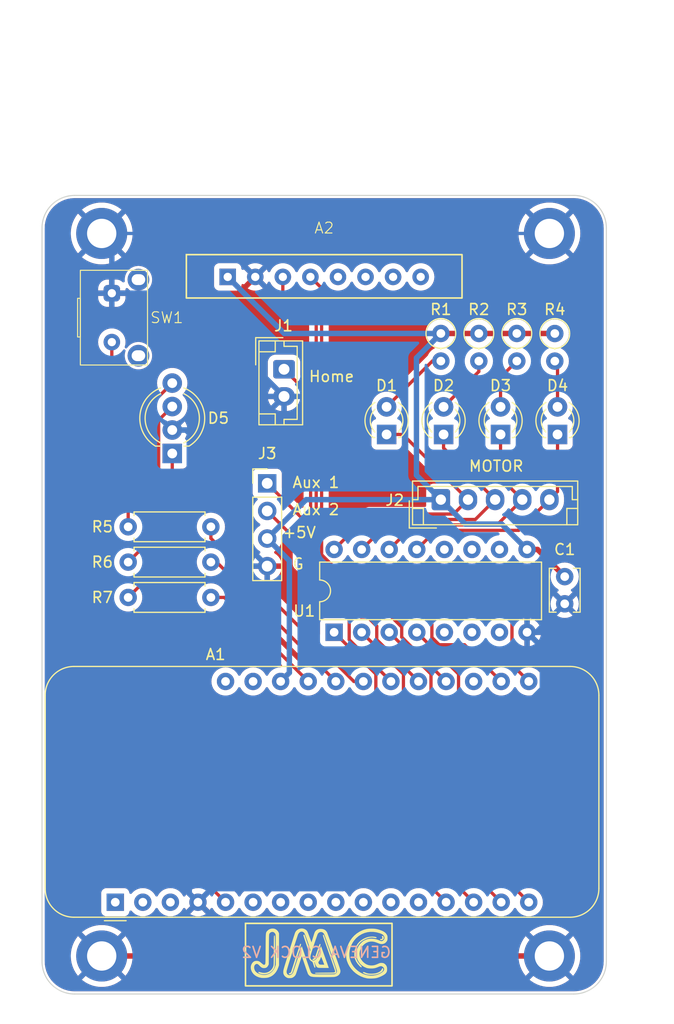
<source format=kicad_pcb>
(kicad_pcb (version 20240108) (generator "pcbnew") (generator_version "8.0")
  (title_block (title "Geneva Clock") (date "2024-03-15") (rev "v2") (company "JMC") (comment 1 "Geneva Clock with DS3231 RTC and Stepper Driver.") (comment 2 "Removed VBAT-USB connection."))
  (layers (0 "F.Cu" signal) (31 "B.Cu" signal) (34 "B.Paste" user) (35 "F.Paste" user) (36 "B.SilkS" user "B.Silkscreen") (37 "F.SilkS" user "F.Silkscreen") (38 "B.Mask" user) (39 "F.Mask" user) (44 "Edge.Cuts" user))
  (net 0 "")
  (net 4 "GND")
  (net 12 "/Phase 4")
  (net 13 "/Phase 3")
  (net 14 "/Phase 2")
  (net 15 "/Phase 1")
  (net 16 "/SDA")
  (net 17 "/SCL")
  (net 18 "/PB")
  (net 19 "/Home")
  (net 20 "/Aux 1")
  (net 21 "/Aux 2")
  (net 22 "/Red")
  (net 23 "/Green")
  (net 24 "/Blue")
  (net 25 "+5V")
  (net 31 "Net-(D1-K)")
  (net 32 "Net-(D1-A)")
  (net 33 "Net-(D2-K)")
  (net 34 "Net-(D2-A)")
  (net 35 "Net-(D3-K)")
  (net 36 "Net-(D3-A)")
  (net 37 "Net-(D4-K)")
  (net 38 "Net-(D4-A)")
  (net 39 "Net-(D5-RK)")
  (net 40 "Net-(D5-GK)")
  (net 41 "Net-(D5-BK)")
  (footprint "Resistor_THT:R_Axial_DIN0207_L6.3mm_D2.5mm_P2.54mm_Vertical" (layer "F.Cu") (at 147.5 70.46 -90)
    (property "Reference" "R4" (at -2.21 0 0) (layer "F.SilkS"))
    (property "Value" "10k")
    (pad "1" thru_hole circle (at 0 0 270) (size 1.6 1.6) (drill 0.8) (layers "*.Cu" "*.Mask") (net 25 "+5V"))
    (pad "2" thru_hole oval (at 2.54 0 270) (size 1.6 1.6) (drill 0.8) (layers "*.Cu" "*.Mask") (net 38 "Net-(D4-A)"))
  )
  (footprint "Package_DIP:DIP-16_W7.62mm" (layer "F.Cu") (at 127.163553 97.956446 90)
    (property "Reference" "U1" (at 1.956446 -2.75 0) (layer "F.SilkS"))
    (property "Value" "ULN2003")
    (pad "1" thru_hole rect (at 0 0 90) (size 1.6 1.6) (drill 0.8) (layers "*.Cu" "*.Mask") (net 15 "/Phase 1"))
    (pad "2" thru_hole oval (at 0 2.54 90) (size 1.6 1.6) (drill 0.8) (layers "*.Cu" "*.Mask") (net 14 "/Phase 2"))
    (pad "3" thru_hole oval (at 0 5.08 90) (size 1.6 1.6) (drill 0.8) (layers "*.Cu" "*.Mask") (net 13 "/Phase 3"))
    (pad "4" thru_hole oval (at 0 7.62 90) (size 1.6 1.6) (drill 0.8) (layers "*.Cu" "*.Mask") (net 12 "/Phase 4"))
    (pad "5" thru_hole oval (at 0 10.16 90) (size 1.6 1.6) (drill 0.8) (layers "*.Cu" "*.Mask"))
    (pad "6" thru_hole oval (at 0 12.7 90) (size 1.6 1.6) (drill 0.8) (layers "*.Cu" "*.Mask"))
    (pad "7" thru_hole oval (at 0 15.24 90) (size 1.6 1.6) (drill 0.8) (layers "*.Cu" "*.Mask"))
    (pad "8" thru_hole oval (at 0 17.78 90) (size 1.6 1.6) (drill 0.8) (layers "*.Cu" "*.Mask") (net 4 "GND"))
    (pad "9" thru_hole oval (at 7.62 17.78 90) (size 1.6 1.6) (drill 0.8) (layers "*.Cu" "*.Mask") (net 25 "+5V"))
    (pad "10" thru_hole oval (at 7.62 15.24 90) (size 1.6 1.6) (drill 0.8) (layers "*.Cu" "*.Mask"))
    (pad "11" thru_hole oval (at 7.62 12.7 90) (size 1.6 1.6) (drill 0.8) (layers "*.Cu" "*.Mask"))
    (pad "12" thru_hole oval (at 7.62 10.16 90) (size 1.6 1.6) (drill 0.8) (layers "*.Cu" "*.Mask"))
    (pad "13" thru_hole oval (at 7.62 7.62 90) (size 1.6 1.6) (drill 0.8) (layers "*.Cu" "*.Mask") (net 37 "Net-(D4-K)"))
    (pad "14" thru_hole oval (at 7.62 5.08 90) (size 1.6 1.6) (drill 0.8) (layers "*.Cu" "*.Mask") (net 35 "Net-(D3-K)"))
    (pad "15" thru_hole oval (at 7.62 2.54 90) (size 1.6 1.6) (drill 0.8) (layers "*.Cu" "*.Mask") (net 33 "Net-(D2-K)"))
    (pad "16" thru_hole oval (at 7.62 0 90) (size 1.6 1.6) (drill 0.8) (layers "*.Cu" "*.Mask") (net 31 "Net-(D1-K)"))
  )
  (footprint "Connector_PinHeader_2.54mm:PinHeader_1x04_P2.54mm_Vertical" (layer "F.Cu") (at 121 84.25)
    (property "Reference" "J3" (at 0 -2.75 0) (layer "F.SilkS"))
    (property "Value" "Aux I/O")
    (pad "1" thru_hole rect (at 0 0) (size 1.7 1.7) (drill 1) (layers "*.Cu" "*.Mask") (net 20 "/Aux 1"))
    (pad "2" thru_hole oval (at 0 2.54) (size 1.7 1.7) (drill 1) (layers "*.Cu" "*.Mask") (net 21 "/Aux 2"))
    (pad "3" thru_hole oval (at 0 5.08) (size 1.7 1.7) (drill 1) (layers "*.Cu" "*.Mask") (net 25 "+5V"))
    (pad "4" thru_hole oval (at 0 7.62) (size 1.7 1.7) (drill 1) (layers "*.Cu" "*.Mask") (net 4 "GND"))
  )
  (footprint "MountingHole:MountingHole_2.7mm_M2.5_DIN965_Pad_TopBottom" (layer "F.Cu") (at 147 61.25)
    (property "Reference" "H4" (hide yes))
    (property "Value" "MountingHole_Pad")
    (pad "1" thru_hole circle (at 0 0) (size 3.1 3.1) (drill 2.7) (layers "*.Cu" "*.Mask") (net 4 "GND"))
    (pad "1" connect circle (at 0 0) (size 4.7 4.7) (layers "F.Cu" "F.Mask") (net 4 "GND"))
    (pad "1" connect circle (at 0 0) (size 4.7 4.7) (layers "B.Cu" "B.Mask") (net 4 "GND"))
  )
  (footprint "Button_Switch_THT:SW_SPST_Uxcell_Right_Angle" (layer "F.Cu") (at 103.783 69 -90)
    (property "Reference" "SW1" (at 0 -7.967 0) (layer "F.SilkS") (effects (font (thickness 0.1))))
    (property "Value" "Selector Switch")
    (pad "1" thru_hole roundrect (at -2.25 -2.9 270) (size 1.524 1.524) (drill 0.762) (layers "*.Cu" "*.Mask") (net 4 "GND"))
    (pad "2" thru_hole circle (at 2.25 -2.9 270) (size 1.524 1.524) (drill 0.762) (layers "*.Cu" "*.Mask") (net 18 "/PB"))
    (pad "3" thru_hole circle (at -3.5 -5.35 270) (size 2 2) (drill oval 1 1.25) (layers "*.Cu" "*.Mask"))
    (pad "4" thru_hole circle (at 3.5 -5.35 270) (size 2 2) (drill oval 1 1.25) (layers "*.Cu" "*.Mask"))
  )
  (footprint "Resistor_THT:R_Axial_DIN0207_L6.3mm_D2.5mm_P2.54mm_Vertical" (layer "F.Cu") (at 140.5 70.455 -90)
    (property "Reference" "R2" (at -2.21 0 0) (layer "F.SilkS"))
    (property "Value" "10k")
    (pad "1" thru_hole circle (at 0 0 270) (size 1.6 1.6) (drill 0.8) (layers "*.Cu" "*.Mask") (net 25 "+5V"))
    (pad "2" thru_hole oval (at 2.54 0 270) (size 1.6 1.6) (drill 0.8) (layers "*.Cu" "*.Mask") (net 34 "Net-(D2-A)"))
  )
  (footprint "LED_THT:LED_D3.0mm" (layer "F.Cu") (at 132 79.75 90)
    (property "Reference" "D1" (at 4.5 0 0) (layer "F.SilkS"))
    (property "Value" "LED")
    (pad "1" thru_hole rect (at 0 0 90) (size 1.8 1.8) (drill 0.9) (layers "*.Cu" "*.Mask") (net 31 "Net-(D1-K)"))
    (pad "2" thru_hole circle (at 2.54 0 90) (size 1.8 1.8) (drill 0.9) (layers "*.Cu" "*.Mask") (net 32 "Net-(D1-A)"))
  )
  (footprint "Resistor_THT:R_Axial_DIN0207_L6.3mm_D2.5mm_P7.62mm_Horizontal" (layer "F.Cu") (at 115.81 94.75 180)
    (property "Reference" "R7" (at 10 0 0) (layer "F.SilkS"))
    (property "Value" "330")
    (pad "1" thru_hole circle (at 0 0 180) (size 1.6 1.6) (drill 0.8) (layers "*.Cu" "*.Mask") (net 22 "/Red"))
    (pad "2" thru_hole oval (at 7.62 0 180) (size 1.6 1.6) (drill 0.8) (layers "*.Cu" "*.Mask") (net 39 "Net-(D5-RK)"))
  )
  (footprint "Connector_JST:JST_EH_B2B-EH-A_1x02_P2.50mm_Vertical" (layer "F.Cu") (at 122.55 73.75 -90)
    (property "Reference" "J1" (at -4 0.05 0) (layer "F.SilkS"))
    (property "Value" "Home Conn")
    (pad "1" thru_hole roundrect (at 0 0 270) (size 1.7 2) (drill 1) (layers "*.Cu" "*.Mask") (roundrect_rratio 0.1470588235) (net 19 "/Home"))
    (pad "2" thru_hole oval (at 2.5 0 270) (size 1.7 2) (drill 1) (layers "*.Cu" "*.Mask") (net 4 "GND"))
  )
  (footprint "LED_THT:LED_D3.0mm" (layer "F.Cu") (at 147.75 79.75 90)
    (property "Reference" "D4" (at 4.5 0 0) (layer "F.SilkS"))
    (property "Value" "LED")
    (pad "1" thru_hole rect (at 0 0 90) (size 1.8 1.8) (drill 0.9) (layers "*.Cu" "*.Mask") (net 37 "Net-(D4-K)"))
    (pad "2" thru_hole circle (at 2.54 0 90) (size 1.8 1.8) (drill 0.9) (layers "*.Cu" "*.Mask") (net 38 "Net-(D4-A)"))
  )
  (footprint "LED_THT:LED_D3.0mm" (layer "F.Cu") (at 142.5 79.75 90)
    (property "Reference" "D3" (at 4.5 0 0) (layer "F.SilkS"))
    (property "Value" "LED")
    (pad "1" thru_hole rect (at 0 0 90) (size 1.8 1.8) (drill 0.9) (layers "*.Cu" "*.Mask") (net 35 "Net-(D3-K)"))
    (pad "2" thru_hole circle (at 2.54 0 90) (size 1.8 1.8) (drill 0.9) (layers "*.Cu" "*.Mask") (net 36 "Net-(D3-A)"))
  )
  (footprint "Connector_JST:JST_EH_B5B-EH-A_1x05_P2.50mm_Vertical" (layer "F.Cu") (at 137 85.75)
    (property "Reference" "J2" (at -4.25 0.05 180) (layer "F.SilkS"))
    (property "Value" "Motor Conn")
    (pad "1" thru_hole roundrect (at 0 0) (size 1.7 1.95) (drill 0.95) (layers "*.Cu" "*.Mask") (roundrect_rratio 0.1470588235) (net 25 "+5V"))
    (pad "2" thru_hole oval (at 2.5 0) (size 1.7 1.95) (drill 0.95) (layers "*.Cu" "*.Mask") (net 31 "Net-(D1-K)"))
    (pad "3" thru_hole oval (at 5 0) (size 1.7 1.95) (drill 0.95) (layers "*.Cu" "*.Mask") (net 33 "Net-(D2-K)"))
    (pad "4" thru_hole oval (at 7.5 0) (size 1.7 1.95) (drill 0.95) (layers "*.Cu" "*.Mask") (net 35 "Net-(D3-K)"))
    (pad "5" thru_hole oval (at 10 0) (size 1.7 1.95) (drill 0.95) (layers "*.Cu" "*.Mask") (net 37 "Net-(D4-K)"))
  )
  (footprint "Resistor_THT:R_Axial_DIN0207_L6.3mm_D2.5mm_P7.62mm_Horizontal" (layer "F.Cu") (at 115.81 91.5 180)
    (property "Reference" "R6" (at 10 0 0) (layer "F.SilkS"))
    (property "Value" "330")
    (pad "1" thru_hole circle (at 0 0 180) (size 1.6 1.6) (drill 0.8) (layers "*.Cu" "*.Mask") (net 23 "/Green"))
    (pad "2" thru_hole oval (at 7.62 0 180) (size 1.6 1.6) (drill 0.8) (layers "*.Cu" "*.Mask") (net 40 "Net-(D5-GK)"))
  )
  (footprint "LED_THT:LED_D3.0mm" (layer "F.Cu") (at 137.25 79.75 90)
    (property "Reference" "D2" (at 4.5 0 0) (layer "F.SilkS"))
    (property "Value" "LED")
    (pad "1" thru_hole rect (at 0 0 90) (size 1.8 1.8) (drill 0.9) (layers "*.Cu" "*.Mask") (net 33 "Net-(D2-K)"))
    (pad "2" thru_hole circle (at 2.54 0 90) (size 1.8 1.8) (drill 0.9) (layers "*.Cu" "*.Mask") (net 34 "Net-(D2-A)"))
  )
  (footprint "LED_THT:LED_D5.0mm-4_RGB_Wide_Pins" (layer "F.Cu") (at 112.25 81.5 90)
    (property "Reference" "D5" (at 3.25 4.25 0) (layer "F.SilkS"))
    (property "Value" "RGB LED")
    (pad "1" thru_hole rect (at 0 0 90) (size 1.8 1.8) (drill 0.9) (layers "*.Cu" "*.Mask") (net 39 "Net-(D5-RK)"))
    (pad "2" thru_hole circle (at 2.159 0 90) (size 1.8 1.8) (drill 0.9) (layers "*.Cu" "*.Mask") (net 4 "GND"))
    (pad "3" thru_hole circle (at 4.318 0 90) (size 1.8 1.8) (drill 0.9) (layers "*.Cu" "*.Mask") (net 40 "Net-(D5-GK)"))
    (pad "4" thru_hole circle (at 6.477 0 90) (size 1.8 1.8) (drill 0.9) (layers "*.Cu" "*.Mask") (net 41 "Net-(D5-BK)"))
  )
  (footprint "Resistor_THT:R_Axial_DIN0207_L6.3mm_D2.5mm_P2.54mm_Vertical" (layer "F.Cu") (at 137 70.455 -90)
    (property "Reference" "R1" (at -2.21 0 0) (layer "F.SilkS"))
    (property "Value" "10k")
    (pad "1" thru_hole circle (at 0 0 270) (size 1.6 1.6) (drill 0.8) (layers "*.Cu" "*.Mask") (net 25 "+5V"))
    (pad "2" thru_hole oval (at 2.54 0 270) (size 1.6 1.6) (drill 0.8) (layers "*.Cu" "*.Mask") (net 32 "Net-(D1-A)"))
  )
  (footprint "MountingHole:MountingHole_2.7mm_M2.5_DIN965_Pad_TopBottom" (layer "F.Cu") (at 147 127.75)
    (property "Reference" "H2" (hide yes))
    (property "Value" "MountingHole_Pad")
    (pad "1" thru_hole circle (at 0 0) (size 3.1 3.1) (drill 2.7) (layers "*.Cu" "*.Mask") (net 4 "GND"))
    (pad "1" connect circle (at 0 0) (size 4.7 4.7) (layers "F.Cu" "F.Mask") (net 4 "GND"))
    (pad "1" connect circle (at 0 0) (size 4.7 4.7) (layers "B.Cu" "B.Mask") (net 4 "GND"))
  )
  (footprint "LOGO" (layer "F.Cu") (at 125.5 131.25)
    (property "Reference" "G***" (hide yes))
    (property "Value" "LOGO" (hide yes))
  )
  (footprint "MountingHole:MountingHole_2.7mm_M2.5_DIN965_Pad_TopBottom" (layer "F.Cu") (at 105.75 61.25)
    (property "Reference" "H3" (hide yes))
    (property "Value" "MountingHole_Pad" (hide yes))
    (pad "1" thru_hole circle (at 0 0) (size 3.1 3.1) (drill 2.7) (layers "*.Cu" "*.Mask") (net 4 "GND"))
    (pad "1" connect circle (at 0 0) (size 4.7 4.7) (layers "F.Cu" "F.Mask") (net 4 "GND"))
    (pad "1" connect circle (at 0 0) (size 4.7 4.7) (layers "B.Cu" "B.Mask") (net 4 "GND"))
  )
  (footprint "Resistor_THT:R_Axial_DIN0207_L6.3mm_D2.5mm_P2.54mm_Vertical" (layer "F.Cu") (at 144 70.455 -90)
    (property "Reference" "R3" (at -2.21 0 0) (layer "F.SilkS"))
    (property "Value" "10k")
    (pad "1" thru_hole circle (at 0 0 270) (size 1.6 1.6) (drill 0.8) (layers "*.Cu" "*.Mask") (net 25 "+5V"))
    (pad "2" thru_hole oval (at 2.54 0 270) (size 1.6 1.6) (drill 0.8) (layers "*.Cu" "*.Mask") (net 36 "Net-(D3-A)"))
  )
  (footprint "RTC_DS3231:RTC_DS3231_Vertical" (layer "F.Cu") (at 126.25 65.25)
    (property "Reference" "A2" (at 0 -4.5 0) (layer "F.SilkS") (effects (font (thickness 0.1))))
    (property "Value" "Adafruit DS3231")
    (pad "1" thru_hole rect (at -8.89 0) (size 1.524 1.524) (drill 0.762) (layers "*.Cu" "*.Mask") (net 25 "+5V"))
    (pad "2" thru_hole circle (at -6.35 0) (size 1.524 1.524) (drill 0.762) (layers "*.Cu" "*.Mask") (net 4 "GND"))
    (pad "3" thru_hole circle (at -3.81 0) (size 1.524 1.524) (drill 0.762) (layers "*.Cu" "*.Mask") (net 17 "/SCL"))
    (pad "4" thru_hole circle (at -1.27 0) (size 1.524 1.524) (drill 0.762) (layers "*.Cu" "*.Mask") (net 16 "/SDA"))
    (pad "5" thru_hole circle (at 1.27 0) (size 1.524 1.524) (drill 0.762) (layers "*.Cu" "*.Mask"))
    (pad "6" thru_hole circle (at 3.81 0) (size 1.524 1.524) (drill 0.762) (layers "*.Cu" "*.Mask"))
    (pad "7" thru_hole circle (at 6.35 0) (size 1.524 1.524) (drill 0.762) (layers "*.Cu" "*.Mask"))
    (pad "8" thru_hole circle (at 8.89 0) (size 1.524 1.524) (drill 0.762) (layers "*.Cu" "*.Mask"))
  )
  (footprint "Resistor_THT:R_Axial_DIN0207_L6.3mm_D2.5mm_P7.62mm_Horizontal" (layer "F.Cu") (at 115.81 88.25 180)
    (property "Reference" "R5" (at 10 0 0) (layer "F.SilkS"))
    (property "Value" "330")
    (pad "1" thru_hole circle (at 0 0 180) (size 1.6 1.6) (drill 0.8) (layers "*.Cu" "*.Mask") (net 24 "/Blue"))
    (pad "2" thru_hole oval (at 7.62 0 180) (size 1.6 1.6) (drill 0.8) (layers "*.Cu" "*.Mask") (net 41 "Net-(D5-BK)"))
  )
  (footprint "MountingHole:MountingHole_2.7mm_M2.5_DIN965_Pad_TopBottom" (layer "F.Cu") (at 105.75 127.75)
    (property "Reference" "H1" (hide yes))
    (property "Value" "MountingHole_Pad")
    (pad "1" thru_hole circle (at 0 0) (size 3.1 3.1) (drill 2.7) (layers "*.Cu" "*.Mask") (net 4 "GND"))
    (pad "1" connect circle (at 0 0) (size 4.7 4.7) (layers "F.Cu" "F.Mask") (net 4 "GND"))
    (pad "1" connect circle (at 0 0) (size 4.7 4.7) (layers "B.Cu" "B.Mask") (net 4 "GND"))
  )
  (footprint "Capacitor_THT:C_Disc_D3.8mm_W2.6mm_P2.50mm" (layer "F.Cu") (at 148.413553 92.836446 -90)
    (property "Reference" "C1" (at -2.5 0 0) (layer "F.SilkS"))
    (property "Value" "10nf")
    (pad "1" thru_hole circle (at 0 0 270) (size 1.6 1.6) (drill 0.8) (layers "*.Cu" "*.Mask") (net 25 "+5V"))
    (pad "2" thru_hole circle (at 2.5 0 270) (size 1.6 1.6) (drill 0.8) (layers "*.Cu" "*.Mask") (net 4 "GND"))
  )
  (footprint "Module:Adafruit_Feather" (layer "F.Cu") (at 107 122.8025 90)
    (property "Reference" "A1" (at 22.8025 9.25 0) (layer "F.SilkS"))
    (property "Value" "Adafruit_Feather_HUZZAH32_ESP32")
    (pad "1" thru_hole rect (at 0 0 270) (size 1.6 1.6) (drill 0.8) (layers "*.Cu" "*.Mask"))
    (pad "2" thru_hole circle (at 0 2.54 270) (size 1.6 1.6) (drill 0.8) (layers "*.Cu" "*.Mask"))
    (pad "3" thru_hole circle (at 0 5.08 270) (size 1.6 1.6) (drill 0.8) (layers "*.Cu" "*.Mask"))
    (pad "4" thru_hole circle (at 0 7.62 270) (size 1.6 1.6) (drill 0.8) (layers "*.Cu" "*.Mask") (net 4 "GND"))
    (pad "5" thru_hole circle (at 0 10.16 270) (size 1.6 1.6) (drill 0.8) (layers "*.Cu" "*.Mask") (net 18 "/PB"))
    (pad "6" thru_hole circle (at 0 12.7 270) (size 1.6 1.6) (drill 0.8) (layers "*.Cu" "*.Mask"))
    (pad "7" thru_hole circle (at 0 15.24 270) (size 1.6 1.6) (drill 0.8) (layers "*.Cu" "*.Mask"))
    (pad "8" thru_hole circle (at 0 17.78 270) (size 1.6 1.6) (drill 0.8) (layers "*.Cu" "*.Mask"))
    (pad "9" thru_hole circle (at 0 20.32 270) (size 1.6 1.6) (drill 0.8) (layers "*.Cu" "*.Mask"))
    (pad "10" thru_hole circle (at 0 22.86 270) (size 1.6 1.6) (drill 0.8) (layers "*.Cu" "*.Mask"))
    (pad "11" thru_hole circle (at 0 25.4 270) (size 1.6 1.6) (drill 0.8) (layers "*.Cu" "*.Mask"))
    (pad "12" thru_hole circle (at 0 27.94 270) (size 1.6 1.6) (drill 0.8) (layers "*.Cu" "*.Mask"))
    (pad "13" thru_hole circle (at 0 30.48 270) (size 1.6 1.6) (drill 0.8) (layers "*.Cu" "*.Mask") (net 15 "/Phase 1"))
    (pad "14" thru_hole circle (at 0 33.02 270) (size 1.6 1.6) (drill 0.8) (layers "*.Cu" "*.Mask") (net 14 "/Phase 2"))
    (pad "15" thru_hole circle (at 0 35.56 270) (size 1.6 1.6) (drill 0.8) (layers "*.Cu" "*.Mask") (net 13 "/Phase 3"))
    (pad "16" thru_hole circle (at 0 38.1 270) (size 1.6 1.6) (drill 0.8) (layers "*.Cu" "*.Mask") (net 12 "/Phase 4"))
    (pad "17" thru_hole circle (at 20.32 38.1 270) (size 1.6 1.6) (drill 0.8) (layers "*.Cu" "*.Mask") (net 16 "/SDA"))
    (pad "18" thru_hole circle (at 20.32 35.56 270) (size 1.6 1.6) (drill 0.8) (layers "*.Cu" "*.Mask") (net 17 "/SCL"))
    (pad "19" thru_hole circle (at 20.32 33.02 270) (size 1.6 1.6) (drill 0.8) (layers "*.Cu" "*.Mask"))
    (pad "20" thru_hole circle (at 20.32 30.48 270) (size 1.6 1.6) (drill 0.8) (layers "*.Cu" "*.Mask") (net 19 "/Home"))
    (pad "21" thru_hole circle (at 20.32 27.94 270) (size 1.6 1.6) (drill 0.8) (layers "*.Cu" "*.Mask") (net 20 "/Aux 1"))
    (pad "22" thru_hole circle (at 20.32 25.4 270) (size 1.6 1.6) (drill 0.8) (layers "*.Cu" "*.Mask") (net 21 "/Aux 2"))
    (pad "23" thru_hole circle (at 20.32 22.86 270) (size 1.6 1.6) (drill 0.8) (layers "*.Cu" "*.Mask") (net 24 "/Blue"))
    (pad "24" thru_hole circle (at 20.32 20.32 270) (size 1.6 1.6) (drill 0.8) (layers "*.Cu" "*.Mask") (net 23 "/Green"))
    (pad "25" thru_hole circle (at 20.32 17.78 270) (size 1.6 1.6) (drill 0.8) (layers "*.Cu" "*.Mask") (net 22 "/Red"))
    (pad "26" thru_hole circle (at 20.32 15.24 270) (size 1.6 1.6) (drill 0.8) (layers "*.Cu" "*.Mask") (net 25 "+5V"))
    (pad "27" thru_hole circle (at 20.32 12.7 270) (size 1.6 1.6) (drill 0.8) (layers "*.Cu" "*.Mask"))
    (pad "28" thru_hole circle (at 20.32 10.16 270) (size 1.6 1.6) (drill 0.8) (layers "*.Cu" "*.Mask"))
  )
  (gr_rect (start 119 124.75) (end 132.5 130.5) (stroke (width 0.15)) (fill none) (layer "F.SilkS"))
  (gr_arc (start 100.25 60.75) (mid 101.128679 58.628679) (end 103.25 57.75) (stroke (width 0.1)) (layer "Edge.Cuts"))
  (gr_line (start 100.25 128.25) (end 100.25 60.75) (stroke (width 0.1)) (layer "Edge.Cuts"))
  (gr_line (start 149.25 131.25) (end 103.25 131.25) (stroke (width 0.1)) (layer "Edge.Cuts"))
  (gr_arc (start 152.25 128.25) (mid 151.371321 130.371321) (end 149.25 131.25) (stroke (width 0.1)) (layer "Edge.Cuts"))
  (gr_line (start 103.25 57.75) (end 149.25 57.75) (stroke (width 0.1)) (layer "Edge.Cuts"))
  (gr_arc (start 103.25 131.25) (mid 101.128679 130.371321) (end 100.25 128.25) (stroke (width 0.1)) (layer "Edge.Cuts"))
  (gr_line (start 152.25 60.75) (end 152.25 128.25) (stroke (width 0.1)) (layer "Edge.Cuts"))
  (gr_arc (start 149.25 57.75) (mid 151.371321 58.628679) (end 152.25 60.75) (stroke (width 0.1)) (layer "Edge.Cuts"))
  (gr_text "GENEVA CLOCK V2" (at 132.5 128 0) (layer "B.SilkS") (effects (font (size 1 1)) (justify left bottom mirror)))
  (gr_text "Aux 2" (at 123.25 87.25 0) (layer "F.SilkS") (effects (font (size 1 1)) (justify left bottom)))
  (gr_text "+5V" (at 122.33 89.36 0) (layer "F.SilkS") (effects (font (size 1 1)) (justify left bottom)))
  (gr_text "Home" (at 124.76 75 0) (layer "F.SilkS") (effects (font (size 1 1)) (justify left bottom)))
  (gr_text "G" (at 123.25 92.25 0) (layer "F.SilkS") (effects (font (size 1 1)) (justify left bottom)))
  (gr_text "Aux 1" (at 123.25 84.75 0) (layer "F.SilkS") (effects (font (size 1 1)) (justify left bottom)))
  (gr_text "MOTOR" (at 139.5 83.25 0) (layer "F.SilkS") (effects (font (size 1 1)) (justify left bottom)))
  (segment (start 147 127.75) (end 119.5675 127.75) (width 0.5) (layer "F.Cu") (net 4))
  (segment (start 105.75 127.75) (end 109.6725 127.75) (width 0.5) (layer "F.Cu") (net 4))
  (segment (start 109.6725 127.75) (end 114.62 122.8025) (width 0.5) (layer "F.Cu") (net 4))
  (segment (start 119.5675 127.75) (end 114.62 122.8025) (width 0.5) (layer "F.Cu") (net 4))
  (segment (start 115.87 121.5525) (end 127.9475 121.5525) (width 0.5) (layer "B.Cu") (net 4))
  (segment (start 113.05 66.75) (end 122.55 76.25) (width 0.5) (layer "B.Cu") (net 4))
  (segment (start 118.75 84.568208) (end 113.522792 79.341) (width 0.5) (layer "B.Cu") (net 4))
  (segment (start 114.62 122.8025) (end 113.820001 122.002501) (width 0.5) (layer "B.Cu") (net 4))
  (segment (start 106.683 62.183) (end 105.75 61.25) (width 0.5) (layer "B.Cu") (net 4))
  (segment (start 146.35 103.15) (end 146.35 99.362893) (width 0.5) (layer "B.Cu") (net 4))
  (segment (start 113.820001 122.002501) (end 113.820001 79.638209) (width 0.5) (layer "B.Cu") (net 4))
  (segment (start 112.25 79.341) (end 119.459 79.341) (width 0.5) (layer "B.Cu") (net 4))
  (segment (start 114.62 122.8025) (end 115.87 121.5525) (width 0.5) (layer "B.Cu") (net 4))
  (segment (start 148.413553 95.336446) (end 145.793553 97.956446) (width 0.5) (layer "B.Cu") (net 4))
  (segment (start 106.683 66.75) (end 113.05 66.75) (width 0.5) (layer "B.Cu") (net 4))
  (segment (start 119.459 79.341) (end 122.55 76.25) (width 0.5) (layer "B.Cu") (net 4))
  (segment (start 145.793553 97.956446) (end 144.943553 97.956446) (width 0.5) (layer "B.Cu") (net 4))
  (segment (start 118.88 89.75) (end 118.75 89.75) (width 0.5) (layer "B.Cu") (net 4))
  (segment (start 113.820001 79.638209) (end 113.522792 79.341) (width 0.5) (layer "B.Cu") (net 4))
  (segment (start 106.683 66.75) (end 106.683 62.183) (width 0.5) (layer "B.Cu") (net 4))
  (segment (start 113.522792 79.341) (end 112.25 79.341) (width 0.5) (layer "B.Cu") (net 4))
  (segment (start 119.9 65.25) (end 115.9 61.25) (width 0.3) (layer "B.Cu") (net 4))
  (segment (start 119.9 65.25) (end 123.9 61.25) (width 0.3) (layer "B.Cu") (net 4))
  (segment (start 118.75 89.75) (end 118.75 84.568208) (width 0.5) (layer "B.Cu") (net 4))
  (segment (start 146.35 99.362893) (end 144.943553 97.956446) (width 0.5) (layer "B.Cu") (net 4))
  (segment (start 121 91.87) (end 118.88 89.75) (width 0.5) (layer "B.Cu") (net 4))
  (segment (start 115.9 61.25) (end 105.75 61.25) (width 0.3) (layer "B.Cu") (net 4))
  (segment (start 123.9 61.25) (end 147 61.25) (width 0.3) (layer "B.Cu") (net 4))
  (segment (start 127.9475 121.5525) (end 146.35 103.15) (width 0.5) (layer "B.Cu") (net 4))
  (segment (start 138.63 116.3325) (end 138.63 101.802893) (width 0.3) (layer "F.Cu") (net 12))
  (segment (start 145.1 122.8025) (end 138.63 116.3325) (width 0.3) (layer "F.Cu") (net 12))
  (segment (start 138.63 101.802893) (end 134.783553 97.956446) (width 0.3) (layer "F.Cu") (net 12))
  (segment (start 136.09 101.802893) (end 132.243553 97.956446) (width 0.3) (layer "F.Cu") (net 13))
  (segment (start 142.56 122.8025) (end 136.09 116.3325) (width 0.3) (layer "F.Cu") (net 13))
  (segment (start 136.09 116.3325) (end 136.09 101.802893) (width 0.3) (layer "F.Cu") (net 13))
  (segment (start 140.02 122.8025) (end 133.55 116.3325) (width 0.3) (layer "F.Cu") (net 14))
  (segment (start 133.55 101.802893) (end 129.703553 97.956446) (width 0.3) (layer "F.Cu") (net 14))
  (segment (start 133.55 116.3325) (end 133.55 101.802893) (width 0.3) (layer "F.Cu") (net 14))
  (segment (start 131.01 116.3325) (end 131.01 101.802893) (width 0.3) (layer "F.Cu") (net 15))
  (segment (start 131.01 101.802893) (end 127.163553 97.956446) (width 0.3) (layer "F.Cu") (net 15))
  (segment (start 137.48 122.8025) (end 131.01 116.3325) (width 0.3) (layer "F.Cu") (net 15))
  (segment (start 126.25 66.52) (end 124.98 65.25) (width 0.3) (layer "F.Cu") (net 16))
  (segment (start 143.553553 95.053553) (end 130.254314 95.053553) (width 0.3) (layer "F.Cu") (net 16))
  (segment (start 145.1 102.4825) (end 143.553553 100.936053) (width 0.3) (layer "F.Cu") (net 16))
  (segment (start 126.013553 90.812792) (end 126.013553 67.486447) (width 0.3) (layer "F.Cu") (net 16))
  (segment (start 130.254314 95.053553) (end 126.013553 90.812792) (width 0.3) (layer "F.Cu") (net 16))
  (segment (start 126.013553 67.486447) (end 126.25 67.25) (width 0.3) (layer "F.Cu") (net 16))
  (segment (start 126.25 67.25) (end 126.25 66.52) (width 0.3) (layer "F.Cu") (net 16))
  (segment (start 143.553553 100.936053) (end 143.553553 95.053553) (width 0.3) (layer "F.Cu") (net 16))
  (segment (start 136.173553 97.227106) (end 134.5 95.553553) (width 0.3) (layer "F.Cu") (net 17))
  (segment (start 130.047208 95.553553) (end 125.513553 91.019899) (width 0.3) (layer "F.Cu") (net 17))
  (segment (start 125.513553 91.019899) (end 125.513553 67.986447) (width 0.3) (layer "F.Cu") (net 17))
  (segment (start 134.5 95.553553) (end 130.047208 95.553553) (width 0.3) (layer "F.Cu") (net 17))
  (segment (start 125.513553 67.986447) (end 124.277106 66.75) (width 0.3) (layer "F.Cu") (net 17))
  (segment (start 142.56 102.4825) (end 139.183946 99.106446) (width 0.3) (layer "F.Cu") (net 17))
  (segment (start 136.173553 98.432792) (end 136.173553 97.227106) (width 0.3) (layer "F.Cu") (net 17))
  (segment (start 124.277106 66.75) (end 122.44 66.75) (width 0.3) (layer "F.Cu") (net 17))
  (segment (start 122.44 66.75) (end 122.44 65.25) (width 0.3) (layer "F.Cu") (net 17))
  (segment (start 139.183946 99.106446) (end 136.847207 99.106446) (width 0.3) (layer "F.Cu") (net 17))
  (segment (start 136.847207 99.106446) (end 136.173553 98.432792) (width 0.3) (layer "F.Cu") (net 17))
  (segment (start 117.16 122.8025) (end 106.683 112.3255) (width 0.3) (layer "F.Cu") (net 18))
  (segment (start 106.683 112.3255) (end 106.683 71.25) (width 0.3) (layer "F.Cu") (net 18))
  (segment (start 137.48 102.4825) (end 137.476713 102.4825) (width 0.3) (layer "F.Cu") (net 19))
  (segment (start 125 76.2) (end 122.55 73.75) (width 0.3) (layer "F.Cu") (net 19))
  (segment (start 129.840102 96.053553) (end 125 91.213451) (width 0.3) (layer "F.Cu") (net 19))
  (segment (start 137.476713 102.4825) (end 133.393553 98.39934) (width 0.3) (layer "F.Cu") (net 19))
  (segment (start 131.967006 96.053553) (end 129.840102 96.053553) (width 0.3) (layer "F.Cu") (net 19))
  (segment (start 133.393553 97.4801) (end 131.967006 96.053553) (width 0.3) (layer "F.Cu") (net 19))
  (segment (start 133.393553 98.39934) (end 133.393553 97.4801) (width 0.3) (layer "F.Cu") (net 19))
  (segment (start 125 91.213451) (end 125 76.2) (width 0.3) (layer "F.Cu") (net 19))
  (segment (start 131.093553 97.397106) (end 130.25 96.553553) (width 0.3) (layer "F.Cu") (net 20))
  (segment (start 124.5 87.75) (end 121 84.25) (width 0.3) (layer "F.Cu") (net 20))
  (segment (start 130.25 96.553553) (end 129.632996 96.553553) (width 0.3) (layer "F.Cu") (net 20))
  (segment (start 134.94 102.4825) (end 131.093553 98.636053) (width 0.3) (layer "F.Cu") (net 20))
  (segment (start 131.093553 98.636053) (end 131.093553 97.397106) (width 0.3) (layer "F.Cu") (net 20))
  (segment (start 129.632996 96.553553) (end 124.5 91.420557) (width 0.3) (layer "F.Cu") (net 20))
  (segment (start 124.5 91.420557) (end 124.5 87.75) (width 0.3) (layer "F.Cu") (net 20))
  (segment (start 124 91.627663) (end 124 89.25) (width 0.3) (layer "F.Cu") (net 21))
  (segment (start 128.553553 96.181216) (end 124 91.627663) (width 0.3) (layer "F.Cu") (net 21))
  (segment (start 124 89.25) (end 123.46 89.25) (width 0.3) (layer "F.Cu") (net 21))
  (segment (start 132.4 102.4825) (end 128.553553 98.636053) (width 0.3) (layer "F.Cu") (net 21))
  (segment (start 128.553553 98.636053) (end 128.553553 96.181216) (width 0.3) (layer "F.Cu") (net 21))
  (segment (start 123.46 89.25) (end 121 86.79) (width 0.3) (layer "F.Cu") (net 21))
  (segment (start 124.78 102.4825) (end 117.0475 94.75) (width 0.3) (layer "F.Cu") (net 22))
  (segment (start 117.0475 94.75) (end 115.81 94.75) (width 0.3) (layer "F.Cu") (net 22))
  (segment (start 127.32 102.4825) (end 116.3375 91.5) (width 0.3) (layer "F.Cu") (net 23))
  (segment (start 116.3375 91.5) (end 115.81 91.5) (width 0.3) (layer "F.Cu") (net 23))
  (segment (start 129.86 102.4825) (end 128.9825 102.4825) (width 0.3) (layer "F.Cu") (net 24))
  (segment (start 128.9825 102.4825) (end 115.81 89.31) (width 0.3) (layer "F.Cu") (net 24))
  (segment (start 115.81 89.31) (end 115.81 88.25) (width 0.3) (layer "F.Cu") (net 24))
  (segment (start 147.495 70.455) (end 147.5 70.46) (width 0.5) (layer "F.Cu") (net 25))
  (segment (start 144 70.455) (end 147.495 70.455) (width 0.5) (layer "F.Cu") (net 25))
  (segment (start 140.5 70.455) (end 144 70.455) (width 0.5) (layer "F.Cu") (net 25))
  (segment (start 145.913553 90.336446) (end 144.943553 90.336446) (width 0.5) (layer "F.Cu") (net 25))
  (segment (start 148.413553 92.836446) (end 145.913553 90.336446) (width 0.5) (layer "F.Cu") (net 25))
  (segment (start 137 70.455) (end 140.5 70.455) (width 0.5) (layer "F.Cu") (net 25))
  (segment (start 124.58 85.75) (end 121 89.33) (width 0.5) (layer "B.Cu") (net 25))
  (segment (start 137 85.75) (end 134.75 83.5) (width 0.5) (layer "B.Cu") (net 25))
  (segment (start 123.039999 91.369999) (end 121 89.33) (width 0.5) (layer "B.Cu") (net 25))
  (segment (start 139.25 88) (end 142.607107 88) (width 0.5) (layer "B.Cu") (net 25))
  (segment (start 137 85.75) (end 139.25 88) (width 0.5) (layer "B.Cu") (net 25))
  (segment (start 137 70.455) (end 122.565 70.455) (width 0.5) (layer "B.Cu") (net 25))
  (segment (start 122.24 102.4825) (end 123.039999 101.682501) (width 0.5) (layer "B.Cu") (net 25))
  (segment (start 123.039999 101.682501) (end 123.039999 91.369999) (width 0.5) (layer "B.Cu") (net 25))
  (segment (start 134.75 83.5) (end 134.75 72.705) (width 0.5) (layer "B.Cu") (net 25))
  (segment (start 137 85.75) (end 124.58 85.75) (width 0.5) (layer "B.Cu") (net 25))
  (segment (start 122.565 70.455) (end 117.36 65.25) (width 0.5) (layer "B.Cu") (net 25))
  (segment (start 134.75 72.705) (end 137 70.455) (width 0.5) (layer "B.Cu") (net 25))
  (segment (start 142.607107 88) (end 144.943553 90.336446) (width 0.5) (layer "B.Cu") (net 25))
  (segment (start 132 79.75) (end 133.5 79.75) (width 0.3) (layer "F.Cu") (net 31))
  (segment (start 130.424999 87.075) (end 138.175 87.075) (width 0.3) (layer "F.Cu") (net 31))
  (segment (start 138.175 87.075) (end 139.5 85.75) (width 0.3) (layer "F.Cu") (net 31))
  (segment (start 127.163553 90.336446) (end 130.424999 87.075) (width 0.3) (layer "F.Cu") (net 31))
  (segment (start 133.5 79.75) (end 139.5 85.75) (width 0.3) (layer "F.Cu") (net 31))
  (segment (start 136.215 72.995) (end 137 72.995) (width 0.3) (layer "F.Cu") (net 32))
  (segment (start 132 77.21) (end 136.215 72.995) (width 0.3) (layer "F.Cu") (net 32))
  (segment (start 140.175 87.575) (end 142 85.75) (width 0.3) (layer "F.Cu") (net 33))
  (segment (start 137.25 81) (end 142 85.75) (width 0.3) (layer "F.Cu") (net 33))
  (segment (start 129.703553 90.336446) (end 132.464999 87.575) (width 0.3) (layer "F.Cu") (net 33))
  (segment (start 132.464999 87.575) (end 140.175 87.575) (width 0.3) (layer "F.Cu") (net 33))
  (segment (start 137.25 79.75) (end 137.25 81) (width 0.3) (layer "F.Cu") (net 33))
  (segment (start 137.25 77.21) (end 140.5 73.96) (width 0.3) (layer "F.Cu") (net 34))
  (segment (start 140.5 73.96) (end 140.5 72.995) (width 0.3) (layer "F.Cu") (net 34))
  (segment (start 134.504999 88.075) (end 142.175 88.075) (width 0.3) (layer "F.Cu") (net 35))
  (segment (start 142.5 83.75) (end 144.5 85.75) (width 0.3) (layer "F.Cu") (net 35))
  (segment (start 142.175 88.075) (end 144.5 85.75) (width 0.3) (layer "F.Cu") (net 35))
  (segment (start 142.5 79.75) (end 142.5 83.75) (width 0.3) (layer "F.Cu") (net 35))
  (segment (start 132.243553 90.336446) (end 134.504999 88.075) (width 0.3) (layer "F.Cu") (net 35))
  (segment (start 142.5 74.495) (end 144 72.995) (width 0.3) (layer "F.Cu") (net 36))
  (segment (start 142.5 77.21) (end 142.5 74.495) (width 0.3) (layer "F.Cu") (net 36))
  (segment (start 147.75 85) (end 147 85.75) (width 0.3) (layer "F.Cu") (net 37))
  (segment (start 144.175 88.575) (end 147 85.75) (width 0.3) (layer "F.Cu") (net 37))
  (segment (start 136.544999 88.575) (end 144.175 88.575) (width 0.3) (layer "F.Cu") (net 37))
  (segment (start 134.783553 90.336446) (end 136.544999 88.575) (width 0.3) (layer "F.Cu") (net 37))
  (segment (start 147.75 79.75) (end 147.75 85) (width 0.3) (layer "F.Cu") (net 37))
  (segment (start 147.75 77.21) (end 147.75 73.25) (width 0.3) (layer "F.Cu") (net 38))
  (segment (start 147.75 73.25) (end 147.5 73) (width 0.3) (layer "F.Cu") (net 38))
  (segment (start 112.25 90.69) (end 112.25 81.5) (width 0.3) (layer "F.Cu") (net 39))
  (segment (start 108.19 94.75) (end 112.25 90.69) (width 0.3) (layer "F.Cu") (net 39))
  (segment (start 108.19 91.5) (end 111 88.69) (width 0.3) (layer "F.Cu") (net 40))
  (segment (start 111 88.69) (end 111 78.432) (width 0.3) (layer "F.Cu") (net 40))
  (segment (start 111 78.432) (end 112.25 77.182) (width 0.3) (layer "F.Cu") (net 40))
  (segment (start 108.19 79.083) (end 112.25 75.023) (width 0.3) (layer "F.Cu") (net 41))
  (segment (start 108.19 88.25) (end 108.19 79.083) (width 0.3) (layer "F.Cu") (net 41))
  (zone (net 4) (net_name "GND") (layers "F&B.Cu") (connect_pads (clearance 0.5)) (min_thickness 0.25) (fill yes (thermal_gap 0.5) (thermal_bridge_width 0.5))
    (polygon (pts (xy 99.25 55) (xy 154.75 56) (xy 158.5 134) (xy 96.75 134)))
  )
)
</source>
